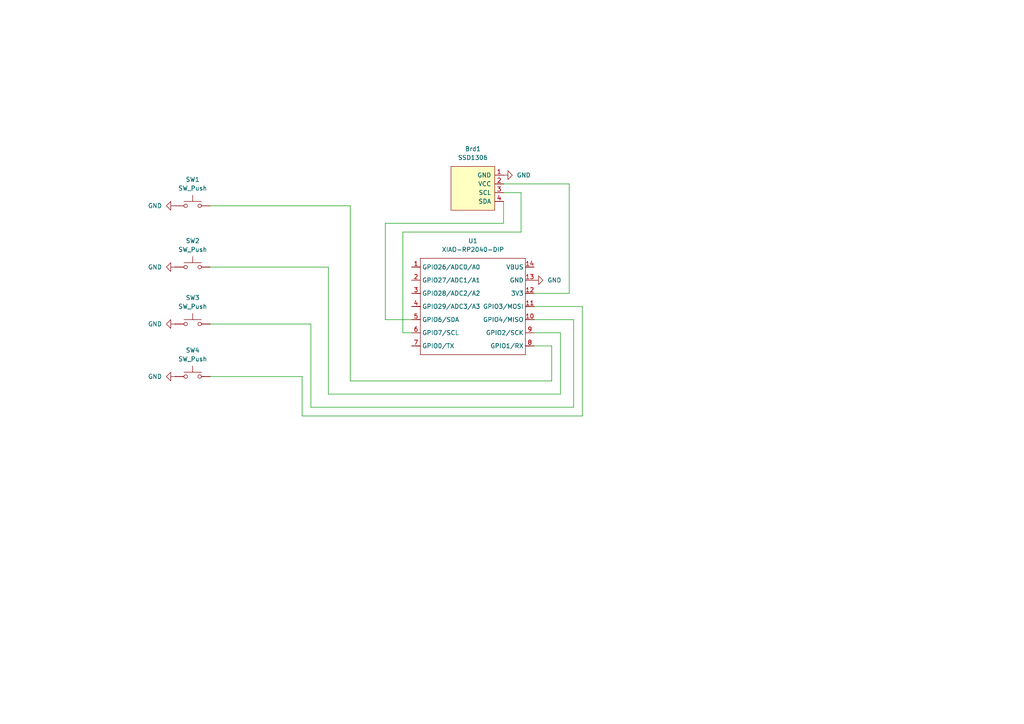
<source format=kicad_sch>
(kicad_sch (version 20250114) (generator "eeschema") (generator_version "9.0")
  (paper "A4")
  (lib_symbols
    (symbol "OPL Library (Hackpad):XIAO-RP2040-DIP"
      (property "Reference" "U" (at 0 0 0))
      (property "Value" "XIAO-RP2040-DIP" (at 5.334 -1.778 0))
      (symbol "XIAO-RP2040-DIP_1_0"
        (polyline (pts (xy -1.27 -2.54) (xy 29.21 -2.54)) (stroke (width 0.1524)))
        (polyline (pts (xy -1.27 -5.08) (xy -2.54 -5.08)) (stroke (width 0.1524)))
        (polyline (pts (xy -1.27 -5.08) (xy -1.27 -2.54)) (stroke (width 0.1524)))
        (polyline (pts (xy -1.27 -8.89) (xy -2.54 -8.89)) (stroke (width 0.1524)))
        (polyline (pts (xy -1.27 -8.89) (xy -1.27 -5.08)) (stroke (width 0.1524)))
        (polyline (pts (xy -1.27 -12.7) (xy -2.54 -12.7)) (stroke (width 0.1524)))
        (polyline (pts (xy -1.27 -12.7) (xy -1.27 -8.89)) (stroke (width 0.1524)))
        (polyline (pts (xy -1.27 -16.51) (xy -2.54 -16.51)) (stroke (width 0.1524)))
        (polyline (pts (xy -1.27 -16.51) (xy -1.27 -12.7)) (stroke (width 0.1524)))
        (polyline (pts (xy -1.27 -20.32) (xy -2.54 -20.32)) (stroke (width 0.1524)))
        (polyline (pts (xy -1.27 -24.13) (xy -2.54 -24.13)) (stroke (width 0.1524)))
        (polyline (pts (xy -1.27 -27.94) (xy -2.54 -27.94)) (stroke (width 0.1524)))
        (polyline (pts (xy -1.27 -30.48) (xy -1.27 -16.51)) (stroke (width 0.1524)))
        (polyline (pts (xy 29.21 -2.54) (xy 29.21 -5.08)) (stroke (width 0.1524)))
        (polyline (pts (xy 29.21 -5.08) (xy 29.21 -8.89)) (stroke (width 0.1524)))
        (polyline (pts (xy 29.21 -8.89) (xy 29.21 -12.7)) (stroke (width 0.1524)))
        (polyline (pts (xy 29.21 -12.7) (xy 29.21 -30.48)) (stroke (width 0.1524)))
        (polyline (pts (xy 29.21 -30.48) (xy -1.27 -30.48)) (stroke (width 0.1524)))
        (polyline (pts (xy 30.48 -5.08) (xy 29.21 -5.08)) (stroke (width 0.1524)))
        (polyline (pts (xy 30.48 -8.89) (xy 29.21 -8.89)) (stroke (width 0.1524)))
        (polyline (pts (xy 30.48 -12.7) (xy 29.21 -12.7)) (stroke (width 0.1524)))
        (polyline (pts (xy 30.48 -16.51) (xy 29.21 -16.51)) (stroke (width 0.1524)))
        (polyline (pts (xy 30.48 -20.32) (xy 29.21 -20.32)) (stroke (width 0.1524)))
        (polyline (pts (xy 30.48 -24.13) (xy 29.21 -24.13)) (stroke (width 0.1524)))
        (polyline (pts (xy 30.48 -27.94) (xy 29.21 -27.94)) (stroke (width 0.1524)))
        (pin passive line (at -3.81 -5.08 0) (length 2.54) (name "GPIO26/ADC0/A0") (number "1"))
        (pin passive line (at -3.81 -8.89 0) (length 2.54) (name "GPIO27/ADC1/A1") (number "2"))
        (pin passive line (at -3.81 -12.7 0) (length 2.54) (name "GPIO28/ADC2/A2") (number "3"))
        (pin passive line (at -3.81 -16.51 0) (length 2.54) (name "GPIO29/ADC3/A3") (number "4"))
        (pin passive line (at -3.81 -20.32 0) (length 2.54) (name "GPIO6/SDA") (number "5"))
        (pin passive line (at -3.81 -24.13 0) (length 2.54) (name "GPIO7/SCL") (number "6"))
        (pin passive line (at -3.81 -27.94 0) (length 2.54) (name "GPIO0/TX") (number "7"))
        (pin passive line (at 31.75 -5.08 180) (length 2.54) (name "VBUS") (number "14"))
        (pin passive line (at 31.75 -8.89 180) (length 2.54) (name "GND") (number "13"))
        (pin passive line (at 31.75 -12.7 180) (length 2.54) (name "3V3") (number "12"))
        (pin passive line (at 31.75 -16.51 180) (length 2.54) (name "GPIO3/MOSI") (number "11"))
        (pin passive line (at 31.75 -20.32 180) (length 2.54) (name "GPIO4/MISO") (number "10"))
        (pin passive line (at 31.75 -24.13 180) (length 2.54) (name "GPIO2/SCK") (number "9"))
        (pin passive line (at 31.75 -27.94 180) (length 2.54) (name "GPIO1/RX") (number "8"))
      )
    )
    (symbol "SSD1306-128x64_OLED:SSD1306" (pin_names (offset 1.016))
      (property "Reference" "Brd" (at 0 -3.81 0))
      (property "Value" "SSD1306" (at 0 -1.27 0))
      (symbol "SSD1306_0_1"
        (rectangle (start -6.35 6.35) (end 6.35 -6.35) (fill (type background)))
      )
      (symbol "SSD1306_1_1"
        (pin input line (at -3.81 8.89 270) (length 2.54) (name "GND") (number "1"))
        (pin input line (at -1.27 8.89 270) (length 2.54) (name "VCC") (number "2"))
        (pin input line (at 1.27 8.89 270) (length 2.54) (name "SCL") (number "3"))
        (pin input line (at 3.81 8.89 270) (length 2.54) (name "SDA") (number "4"))
      )
    )
    (symbol "Switch:SW_Push" (pin_numbers (hide yes)) (pin_names (offset 1.016) (hide yes))
      (property "Reference" "SW" (at 1.27 2.54 0))
      (property "Value" "SW_Push" (at 0 -1.524 0))
      (symbol "SW_Push_0_1"
        (circle (center -2.032 0) (radius 0.508))
        (polyline (pts (xy 0 1.27) (xy 0 3.048)))
        (circle (center 2.032 0) (radius 0.508))
        (polyline (pts (xy 2.54 1.27) (xy -2.54 1.27)))
        (pin passive line (at -5.08 0 0) (length 2.54) (name "1") (number "1"))
        (pin passive line (at 5.08 0 180) (length 2.54) (name "2") (number "2"))
      )
    )
    (symbol "power:GND" (power) (pin_numbers (hide yes)) (pin_names (offset 0) (hide yes))
      (property "Value" "GND" (at 0 -3.81 0))
      (symbol "GND_0_1"
        (polyline (pts (xy 0 0) (xy 0 -1.27) (xy 1.27 -1.27) (xy 0 -2.54) (xy -1.27 -1.27) (xy 0 -1.27)))
      )
      (symbol "GND_1_1"
        (pin power_in line (at 0 0 270) (length 0) (name "~") (number "1"))
      )
    )
  )
  (wire (pts (xy 111.76 92.71) (xy 119.38 92.71)))
  (wire (pts (xy 101.6 59.69) (xy 101.6 110.49)))
  (wire (pts (xy 160.02 110.49) (xy 160.02 100.33)))
  (wire (pts (xy 111.76 64.77) (xy 111.76 92.71)))
  (wire (pts (xy 60.96 93.98) (xy 90.17 93.98)))
  (wire (pts (xy 87.63 120.65) (xy 168.91 120.65)))
  (wire (pts (xy 146.05 55.88) (xy 151.13 55.88)))
  (wire (pts (xy 160.02 100.33) (xy 154.94 100.33)))
  (wire (pts (xy 146.05 58.42) (xy 146.05 64.77)))
  (wire (pts (xy 95.25 77.47) (xy 95.25 114.3)))
  (wire (pts (xy 116.84 67.31) (xy 116.84 96.52)))
  (wire (pts (xy 168.91 88.9) (xy 154.94 88.9)))
  (wire (pts (xy 101.6 110.49) (xy 160.02 110.49)))
  (wire (pts (xy 146.05 53.34) (xy 165.1 53.34)))
  (wire (pts (xy 60.96 59.69) (xy 101.6 59.69)))
  (wire (pts (xy 90.17 93.98) (xy 90.17 118.11)))
  (wire (pts (xy 60.96 77.47) (xy 95.25 77.47)))
  (wire (pts (xy 162.56 114.3) (xy 162.56 96.52)))
  (wire (pts (xy 60.96 109.22) (xy 87.63 109.22)))
  (wire (pts (xy 162.56 96.52) (xy 154.94 96.52)))
  (wire (pts (xy 151.13 67.31) (xy 116.84 67.31)))
  (wire (pts (xy 151.13 55.88) (xy 151.13 67.31)))
  (wire (pts (xy 154.94 92.71) (xy 166.37 92.71)))
  (wire (pts (xy 116.84 96.52) (xy 119.38 96.52)))
  (wire (pts (xy 166.37 118.11) (xy 166.37 92.71)))
  (wire (pts (xy 146.05 64.77) (xy 111.76 64.77)))
  (wire (pts (xy 90.17 118.11) (xy 166.37 118.11)))
  (wire (pts (xy 165.1 85.09) (xy 154.94 85.09)))
  (wire (pts (xy 87.63 109.22) (xy 87.63 120.65)))
  (wire (pts (xy 165.1 53.34) (xy 165.1 85.09)))
  (wire (pts (xy 168.91 120.65) (xy 168.91 88.9)))
  (wire (pts (xy 95.25 114.3) (xy 162.56 114.3)))
  (symbol (lib_id "power:GND") (at 50.8 109.22 270) (unit 1)
    (property "Reference" "#PWR06" (effects (hide yes)))
    (property "Value" "GND" (at 46.99 109.2199 90) (effects (justify right)))
    (property "Description" "Power symbol creates a global label with name \"GND\" , ground" (effects (hide yes)))
  )
  (symbol (lib_id "power:GND") (at 50.8 59.69 270) (unit 1)
    (property "Reference" "#PWR01" (effects (hide yes)))
    (property "Value" "GND" (at 46.99 59.6899 90) (effects (justify right)))
    (property "Description" "Power symbol creates a global label with name \"GND\" , ground" (effects (hide yes)))
  )
  (symbol (lib_id "power:GND") (at 146.05 50.8 90) (unit 1)
    (property "Reference" "#PWR03" (effects (hide yes)))
    (property "Value" "GND" (at 149.86 50.7999 90) (effects (justify right)))
    (property "Description" "Power symbol creates a global label with name \"GND\" , ground" (effects (hide yes)))
  )
  (symbol (lib_id "power:GND") (at 50.8 93.98 270) (unit 1)
    (property "Reference" "#PWR05" (effects (hide yes)))
    (property "Value" "GND" (at 46.99 93.9799 90) (effects (justify right)))
    (property "Description" "Power symbol creates a global label with name \"GND\" , ground" (effects (hide yes)))
  )
  (symbol (lib_id "Switch:SW_Push") (at 55.88 77.47 0) (unit 1)
    (property "Reference" "SW2" (at 55.88 69.85 0))
    (property "Value" "SW_Push" (at 55.88 72.39 0))
    (property "Footprint" "Button_Switch_Keyboard:SW_Cherry_MX_1.00u_PCB" (effects (hide yes)))
    (property "Description" "Push button switch, generic, two pins" (effects (hide yes)))
  )
  (symbol (lib_id "OPL Library (Hackpad):XIAO-RP2040-DIP") (at 123.19 72.39 0) (unit 1)
    (property "Reference" "U1" (at 137.16 69.85 0))
    (property "Value" "XIAO-RP2040-DIP" (at 137.16 72.39 0))
    (property "Footprint" "OPL Lib (Hackpad):XIAO-RP2040-DIP" (effects (hide yes)))
  )
  (symbol (lib_id "power:GND") (at 50.8 77.47 270) (unit 1)
    (property "Reference" "#PWR04" (effects (hide yes)))
    (property "Value" "GND" (at 46.99 77.4699 90) (effects (justify right)))
    (property "Description" "Power symbol creates a global label with name \"GND\" , ground" (effects (hide yes)))
  )
  (symbol (lib_id "power:GND") (at 154.94 81.28 90) (unit 1)
    (property "Reference" "#PWR02" (effects (hide yes)))
    (property "Value" "GND" (at 158.75 81.2799 90) (effects (justify right)))
    (property "Description" "Power symbol creates a global label with name \"GND\" , ground" (effects (hide yes)))
  )
  (symbol (lib_id "Switch:SW_Push") (at 55.88 109.22 0) (unit 1)
    (property "Reference" "SW4" (at 55.88 101.6 0))
    (property "Value" "SW_Push" (at 55.88 104.14 0))
    (property "Footprint" "Button_Switch_Keyboard:SW_Cherry_MX_1.00u_PCB" (effects (hide yes)))
    (property "Description" "Push button switch, generic, two pins" (effects (hide yes)))
  )
  (symbol (lib_id "SSD1306-128x64_OLED:SSD1306") (at 137.16 54.61 270) (unit 1)
    (property "Reference" "Brd1" (at 137.16 43.18 90))
    (property "Value" "SSD1306" (at 137.16 45.72 90))
    (property "Footprint" "Display:Adafruit_SSD1306" (effects (hide yes)))
    (property "Description" "SSD1306 OLED" (effects (hide yes)))
  )
  (symbol (lib_id "Switch:SW_Push") (at 55.88 59.69 0) (unit 1)
    (property "Reference" "SW1" (at 55.88 52.07 0))
    (property "Value" "SW_Push" (at 55.88 54.61 0))
    (property "Footprint" "Button_Switch_Keyboard:SW_Cherry_MX_1.00u_PCB" (effects (hide yes)))
    (property "Description" "Push button switch, generic, two pins" (effects (hide yes)))
  )
  (symbol (lib_id "Switch:SW_Push") (at 55.88 93.98 0) (unit 1)
    (property "Reference" "SW3" (at 55.88 86.36 0))
    (property "Value" "SW_Push" (at 55.88 88.9 0))
    (property "Footprint" "Button_Switch_Keyboard:SW_Cherry_MX_1.00u_PCB" (effects (hide yes)))
    (property "Description" "Push button switch, generic, two pins" (effects (hide yes)))
  )
)
</source>
